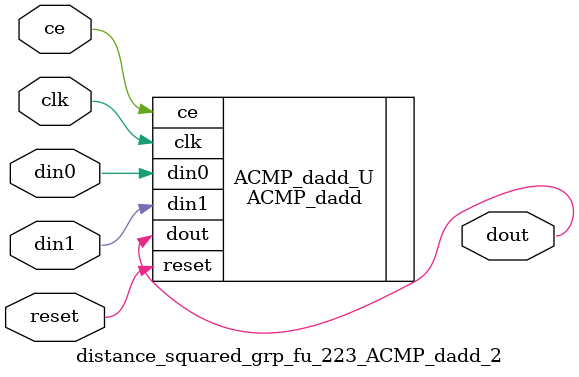
<source format=v>

`timescale 1 ns / 1 ps
module distance_squared_grp_fu_223_ACMP_dadd_2(
    clk,
    reset,
    ce,
    din0,
    din1,
    dout);

parameter ID = 32'd1;
parameter NUM_STAGE = 32'd1;
parameter din0_WIDTH = 32'd1;
parameter din1_WIDTH = 32'd1;
parameter dout_WIDTH = 32'd1;
input clk;
input reset;
input ce;
input[din0_WIDTH - 1:0] din0;
input[din1_WIDTH - 1:0] din1;
output[dout_WIDTH - 1:0] dout;



ACMP_dadd #(
.ID( ID ),
.NUM_STAGE( 5 ),
.din0_WIDTH( din0_WIDTH ),
.din1_WIDTH( din1_WIDTH ),
.dout_WIDTH( dout_WIDTH ))
ACMP_dadd_U(
    .clk( clk ),
    .reset( reset ),
    .ce( ce ),
    .din0( din0 ),
    .din1( din1 ),
    .dout( dout ));

endmodule

</source>
